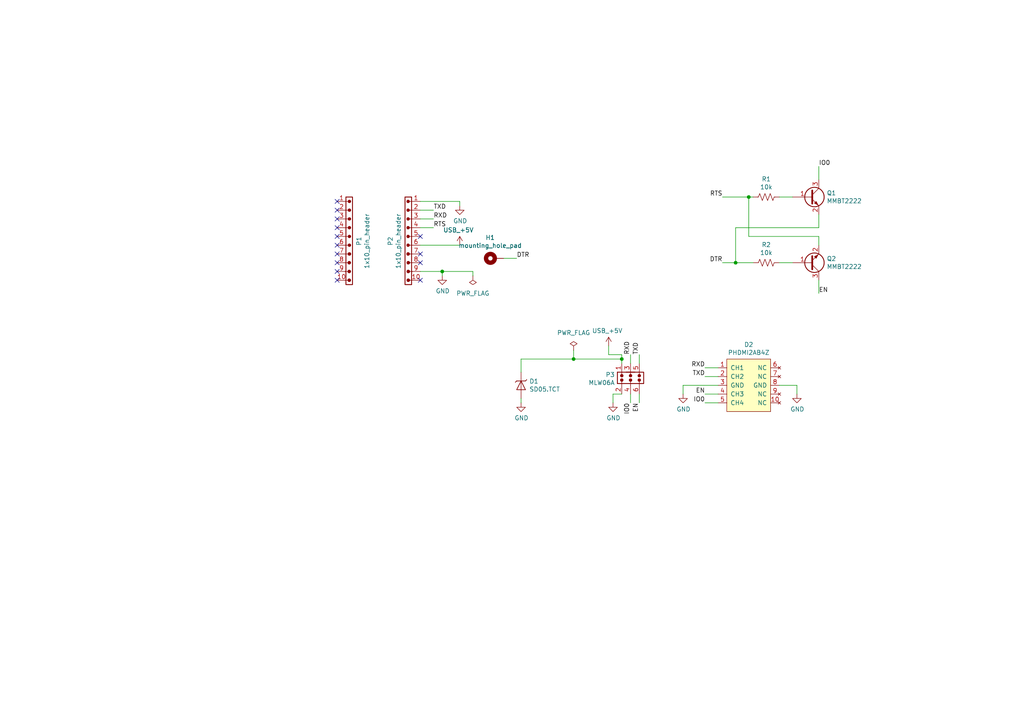
<source format=kicad_sch>
(kicad_sch (version 20230121) (generator eeschema)
  (paper "A4")
  (title_block (title "USB to UART converter with module") (date "2022-01-23") (rev "v1.0") (company "Roman Labovsky (roman-labovsky.cz)"))
  (lib_symbols
    (symbol "bipolar_transistor_rl:NPN_BEC" (pin_names (offset 1.016) hide)
      (property "Reference" "Q" (at -1.27 3.81 0))
      (property "Value" "NPN_BEC" (at -3.81 -5.08 0))
      (symbol "NPN_BEC_1_1"
        (polyline (pts (xy 0.635 0.635) (xy 2.54 2.54)))
        (polyline (pts (xy 0.635 -0.635) (xy 2.54 -2.54) (xy 2.54 -2.54)))
        (polyline (pts (xy 0.635 1.905) (xy 0.635 -1.905) (xy 0.635 -1.905)) (stroke (width 0.508)))
        (polyline (pts (xy 1.27 -1.778) (xy 1.778 -1.27) (xy 2.286 -2.286) (xy 1.27 -1.778) (xy 1.27 -1.778)) (fill (type outline)))
        (circle (center 1.27 0) (radius 2.8194) (stroke (width 0.254)))
        (pin input line (at -5.08 0 0) (length 5.715) (name "B") (number "1"))
        (pin passive line (at 2.54 -5.08 90) (length 2.54) (name "E") (number "2"))
        (pin passive line (at 2.54 5.08 270) (length 2.54) (name "C") (number "3"))
      )
    )
    (symbol "connector_rl:1x10_pin_header" (pin_names (offset 1.016) hide)
      (property "Reference" "P" (at 0 2.54 0))
      (property "Value" "1x10_pin_header" (at 0 -5.08 0))
      (symbol "1x10_pin_header_1_1"
        (rectangle (start -12.7 0.635) (end 12.7 -1.27) (stroke (width 0.254)))
        (circle (center -11.43 -0.254) (radius 0.254) (stroke (width 0.4572)))
        (circle (center -8.89 -0.254) (radius 0.254) (stroke (width 0.4572)))
        (circle (center -6.35 -0.254) (radius 0.254) (stroke (width 0.4572)))
        (circle (center -3.81 -0.254) (radius 0.254) (stroke (width 0.4572)))
        (circle (center -1.27 -0.254) (radius 0.254) (stroke (width 0.4572)))
        (polyline (pts (xy -11.43 -0.254) (xy -11.43 -1.27)) (stroke (width 0.1524)))
        (polyline (pts (xy -8.89 -0.254) (xy -8.89 -1.27)) (stroke (width 0.1524)))
        (polyline (pts (xy -6.35 -1.27) (xy -6.35 -0.254)) (stroke (width 0.1524)))
        (polyline (pts (xy -3.81 -1.27) (xy -3.81 -0.254)) (stroke (width 0.1524)))
        (polyline (pts (xy -1.27 -1.27) (xy -1.27 -0.254)) (stroke (width 0.1524)))
        (polyline (pts (xy 1.27 -0.254) (xy 1.27 -1.143)) (stroke (width 0.1524)))
        (polyline (pts (xy 3.81 -0.254) (xy 3.81 -1.27)) (stroke (width 0.1524)))
        (polyline (pts (xy 6.35 -0.254) (xy 6.35 -1.27)))
        (polyline (pts (xy 8.89 -0.254) (xy 8.89 -1.524)))
        (polyline (pts (xy 11.43 -0.254) (xy 11.43 -1.524)))
        (circle (center 1.27 -0.254) (radius 0.254) (stroke (width 0.4572)))
        (circle (center 3.81 -0.254) (radius 0.2794) (stroke (width 0.4572)))
        (circle (center 6.35 -0.3048) (radius 0.2794) (stroke (width 0.4572)))
        (circle (center 8.89 -0.3048) (radius 0.2794) (stroke (width 0.4572)))
        (circle (center 11.43 -0.3048) (radius 0.2794) (stroke (width 0.4572)))
        (pin passive line (at -11.43 -3.81 90) (length 2.54) (name "1") (number "1"))
        (pin passive line (at 11.43 -3.81 90) (length 2.54) (name "10") (number "10"))
        (pin passive line (at -8.89 -3.81 90) (length 2.54) (name "2") (number "2"))
        (pin passive line (at -6.35 -3.81 90) (length 2.54) (name "3") (number "3"))
        (pin passive line (at -3.81 -3.81 90) (length 2.54) (name "4") (number "4"))
        (pin passive line (at -1.27 -3.81 90) (length 2.54) (name "5") (number "5"))
        (pin passive line (at 1.27 -3.81 90) (length 2.54) (name "6") (number "6"))
        (pin passive line (at 3.81 -3.81 90) (length 2.54) (name "7") (number "7"))
        (pin passive line (at 6.35 -3.81 90) (length 2.54) (name "8") (number "8"))
        (pin passive line (at 8.89 -3.81 90) (length 2.54) (name "9") (number "9"))
      )
    )
    (symbol "connector_rl:2x3_pins_header" (pin_names (offset 1.016) hide)
      (property "Reference" "P" (at 3.556 3.048 0))
      (property "Value" "2x3_pins_header" (at 11.43 -2.54 0))
      (symbol "2x3_pins_header_0_1"
        (polyline (pts (xy -2.54 2.54) (xy -2.54 1.016)))
        (polyline (pts (xy 0 2.54) (xy 0 1.016)))
        (polyline (pts (xy 2.54 2.54) (xy 2.54 1.016)))
      )
      (symbol "2x3_pins_header_1_1"
        (circle (center -2.54 -0.254) (radius 0.254) (stroke (width 0.4572)))
        (circle (center -2.54 1.016) (radius 0.254) (stroke (width 0.4572)))
        (circle (center 0 -0.254) (radius 0.254) (stroke (width 0.4572)))
        (polyline (pts (xy -3.81 -1.27) (xy -3.81 2.032)) (stroke (width 0.254)))
        (polyline (pts (xy -3.81 -1.27) (xy 1.27 -1.27)) (stroke (width 0.254)))
        (polyline (pts (xy -2.54 -1.27) (xy -2.54 -0.254)) (stroke (width 0.1524)))
        (polyline (pts (xy 0 -1.27) (xy 0 -0.254)) (stroke (width 0.1524)))
        (polyline (pts (xy 2.54 -1.27) (xy 2.54 -0.254)) (stroke (width 0.1524)))
        (polyline (pts (xy -1.27 -1.27) (xy 3.81 -1.27) (xy 3.81 2.032) (xy -3.81 2.032)) (stroke (width 0.254)))
        (circle (center 0 1.016) (radius 0.254) (stroke (width 0.4572)))
        (circle (center 2.54 -0.254) (radius 0.254) (stroke (width 0.4572)))
        (circle (center 2.54 1.016) (radius 0.254) (stroke (width 0.4572)))
        (pin passive line (at -2.54 -3.81 90) (length 2.54) (name "1") (number "1"))
        (pin passive line (at -2.54 5.08 270) (length 2.54) (name "2") (number "2"))
        (pin passive line (at 0 -3.81 90) (length 2.54) (name "3") (number "3"))
        (pin passive line (at 0 5.08 270) (length 2.54) (name "4") (number "4"))
        (pin passive line (at 2.54 -3.81 90) (length 2.54) (name "5") (number "5"))
        (pin passive line (at 2.54 5.08 270) (length 2.54) (name "6") (number "6"))
      )
    )
    (symbol "diode_rl:PUSB3AB4" (pin_names (offset 1.016))
      (property "Reference" "D" (at 0 8.89 0))
      (property "Value" "PUSB3AB4" (at 0 -8.89 0))
      (symbol "PUSB3AB4_0_1"
        (rectangle (start -6.35 7.62) (end 6.35 -7.62) (fill (type background)))
      )
      (symbol "PUSB3AB4_1_1"
        (pin input line (at -8.89 5.08 0) (length 2.54) (name "CH1") (number "1"))
        (pin no_connect line (at 8.89 -5.08 180) (length 2.54) (name "NC") (number "10"))
        (pin input line (at -8.89 2.54 0) (length 2.54) (name "CH2") (number "2"))
        (pin power_in line (at -8.89 0 0) (length 2.54) (name "GND") (number "3"))
        (pin input line (at -8.89 -2.54 0) (length 2.54) (name "CH3") (number "4"))
        (pin input line (at -8.89 -5.08 0) (length 2.54) (name "CH4") (number "5"))
        (pin no_connect line (at 8.89 5.08 180) (length 2.54) (name "NC") (number "6"))
        (pin no_connect line (at 8.89 2.54 180) (length 2.54) (name "NC") (number "7"))
        (pin power_in line (at 8.89 0 180) (length 2.54) (name "GND") (number "8"))
        (pin no_connect line (at 8.89 -2.54 180) (length 2.54) (name "NC") (number "9"))
      )
    )
    (symbol "diode_rl:undir_transil" (pin_numbers hide) (pin_names (offset 1.016) hide)
      (property "Reference" "D" (at -1.27 3.81 0))
      (property "Value" "undir_transil" (at 0 -5.08 0))
      (symbol "undir_transil_0_1"
        (polyline (pts (xy -1.27 1.27) (xy -1.651 0.889)) (stroke (width 0.2032)))
        (polyline (pts (xy 1.27 1.27) (xy 1.651 1.651)) (stroke (width 0.2032)))
      )
      (symbol "undir_transil_1_1"
        (polyline (pts (xy 0 -1.27) (xy 0 1.27)))
        (polyline (pts (xy 1.27 1.27) (xy -1.27 1.27)) (stroke (width 0.2032)))
        (polyline (pts (xy 1.27 -1.27) (xy -1.27 -1.27) (xy 0 1.27) (xy 1.27 -1.27)) (stroke (width 0.2032)))
        (pin passive line (at 0 3.81 270) (length 2.54) (name "K") (number "1"))
        (pin passive line (at 0 -3.81 90) (length 2.54) (name "A") (number "2"))
      )
    )
    (symbol "hole_rl:mounting_hole_pad" (pin_numbers hide) (pin_names (offset 1.016) hide)
      (property "Reference" "H" (at 0 2.54 0))
      (property "Value" "mounting_hole_pad" (at 0 -5.08 0))
      (symbol "mounting_hole_pad_1_1"
        (circle (center 0 0) (radius 1.27) (stroke (width 1.27)))
        (pin input line (at 0 -3.81 90) (length 2.54) (name "1") (number "1"))
      )
    )
    (symbol "passive_component_rl:resistor_us" (pin_numbers hide) (pin_names hide)
      (property "Reference" "R" (at 0 2.032 0))
      (property "Value" "resistor_us" (at 0 -2.54 0))
      (symbol "resistor_us_1_1"
        (polyline (pts (xy -2.286 0) (xy -2.54 0)))
        (polyline (pts (xy 2.286 0) (xy 2.54 0)))
        (polyline (pts (xy -2.286 0) (xy -1.905 1.016) (xy -1.524 0) (xy -1.143 -1.016) (xy -0.762 0)))
        (polyline (pts (xy -0.762 0) (xy -0.381 1.016) (xy 0 0) (xy 0.381 -1.016) (xy 0.762 0)))
        (polyline (pts (xy 0.762 0) (xy 1.143 1.016) (xy 1.524 0) (xy 1.905 -1.016) (xy 2.286 0)))
        (pin passive line (at -3.81 0 0) (length 1.27) (name "~") (number "1"))
        (pin passive line (at 3.81 0 180) (length 1.27) (name "~") (number "2"))
      )
    )
    (symbol "power:GND" (power) (pin_names (offset 0))
      (property "Value" "GND" (at 0 -3.81 0))
      (symbol "GND_0_1"
        (polyline (pts (xy 0 0) (xy 0 -1.27) (xy 1.27 -1.27) (xy 0 -2.54) (xy -1.27 -1.27) (xy 0 -1.27)))
      )
      (symbol "GND_1_1"
        (pin power_in line (at 0 0 270) (length 0) hide (name "GND") (number "1"))
      )
    )
    (symbol "power_rl:PWR_FLAG" (power) (pin_numbers hide) (pin_names (offset 0) hide)
      (property "Value" "PWR_FLAG" (at 0 3.81 0))
      (symbol "PWR_FLAG_0_0"
        (pin power_out line (at 0 0 90) (length 0) (name "pwr") (number "1"))
      )
      (symbol "PWR_FLAG_0_1"
        (polyline (pts (xy 0 0) (xy 0 1.27) (xy -1.016 1.905) (xy 0 2.54) (xy 1.016 1.905) (xy 0 1.27)))
      )
    )
    (symbol "power_rl:USB_+5V" (power) (pin_names (offset 1.016))
      (property "Value" "USB_+5V" (at 0 3.81 0))
      (symbol "USB_+5V_1_1"
        (polyline (pts (xy -0.762 1.27) (xy 0 2.54)))
        (polyline (pts (xy 0 0) (xy 0 2.54)))
        (polyline (pts (xy 0 2.54) (xy 0.762 1.27)))
        (pin power_in line (at 0 0 90) (length 0) hide (name "USB_+5V") (number "1"))
      )
    )
  )
  (junction (at 128.27 78.74))
  (junction (at 180.34 104.14))
  (junction (at 213.36 76.2))
  (junction (at 217.17 57.15))
  (junction (at 166.37 104.14))
  (no_connect (at 97.79 60.96))
  (no_connect (at 97.79 81.28))
  (no_connect (at 97.79 76.2))
  (no_connect (at 121.92 76.2))
  (no_connect (at 121.92 73.66))
  (no_connect (at 121.92 81.28))
  (no_connect (at 97.79 63.5))
  (no_connect (at 97.79 58.42))
  (no_connect (at 97.79 78.74))
  (no_connect (at 121.92 68.58))
  (no_connect (at 97.79 73.66))
  (no_connect (at 97.79 68.58))
  (no_connect (at 97.79 71.12))
  (no_connect (at 97.79 66.04))
  (wire (pts (xy 237.49 71.12) (xy 237.49 68.58)))
  (wire (pts (xy 237.49 66.04) (xy 213.36 66.04)))
  (wire (pts (xy 237.49 81.28) (xy 237.49 85.09)))
  (wire (pts (xy 128.27 78.74) (xy 137.16 78.74)))
  (wire (pts (xy 176.53 102.87) (xy 176.53 100.33)))
  (wire (pts (xy 128.27 78.74) (xy 128.27 80.01)))
  (wire (pts (xy 213.36 76.2) (xy 218.44 76.2)))
  (wire (pts (xy 217.17 68.58) (xy 217.17 57.15)))
  (wire (pts (xy 185.42 102.87) (xy 185.42 105.41)))
  (wire (pts (xy 185.42 114.3) (xy 185.42 116.84)))
  (wire (pts (xy 213.36 66.04) (xy 213.36 76.2)))
  (wire (pts (xy 177.8 114.3) (xy 177.8 116.84)))
  (wire (pts (xy 180.34 102.87) (xy 180.34 104.14)))
  (wire (pts (xy 151.13 104.14) (xy 166.37 104.14)))
  (wire (pts (xy 237.49 68.58) (xy 217.17 68.58)))
  (wire (pts (xy 198.12 111.76) (xy 198.12 114.3)))
  (wire (pts (xy 182.88 105.41) (xy 182.88 102.87)))
  (wire (pts (xy 208.28 116.84) (xy 204.47 116.84)))
  (wire (pts (xy 229.87 57.15) (xy 226.06 57.15)))
  (wire (pts (xy 166.37 101.6) (xy 166.37 104.14)))
  (wire (pts (xy 182.88 114.3) (xy 182.88 116.84)))
  (wire (pts (xy 237.49 52.07) (xy 237.49 48.26)))
  (wire (pts (xy 226.06 76.2) (xy 229.87 76.2)))
  (wire (pts (xy 146.05 74.93) (xy 149.86 74.93)))
  (wire (pts (xy 213.36 76.2) (xy 209.55 76.2)))
  (wire (pts (xy 231.14 111.76) (xy 231.14 114.3)))
  (wire (pts (xy 198.12 111.76) (xy 208.28 111.76)))
  (wire (pts (xy 237.49 62.23) (xy 237.49 66.04)))
  (wire (pts (xy 208.28 114.3) (xy 204.47 114.3)))
  (wire (pts (xy 137.16 78.74) (xy 137.16 80.01)))
  (wire (pts (xy 217.17 57.15) (xy 209.55 57.15)))
  (wire (pts (xy 121.92 78.74) (xy 128.27 78.74)))
  (wire (pts (xy 166.37 104.14) (xy 180.34 104.14)))
  (wire (pts (xy 217.17 57.15) (xy 218.44 57.15)))
  (wire (pts (xy 180.34 114.3) (xy 177.8 114.3)))
  (wire (pts (xy 180.34 104.14) (xy 180.34 105.41)))
  (wire (pts (xy 176.53 102.87) (xy 180.34 102.87)))
  (wire (pts (xy 121.92 63.5) (xy 125.73 63.5)))
  (wire (pts (xy 208.28 109.22) (xy 204.47 109.22)))
  (wire (pts (xy 208.28 106.68) (xy 204.47 106.68)))
  (wire (pts (xy 133.35 58.42) (xy 133.35 59.69)))
  (wire (pts (xy 121.92 58.42) (xy 133.35 58.42)))
  (wire (pts (xy 121.92 66.04) (xy 125.73 66.04)))
  (wire (pts (xy 121.92 71.12) (xy 133.35 71.12)))
  (wire (pts (xy 151.13 104.14) (xy 151.13 107.95)))
  (wire (pts (xy 151.13 116.84) (xy 151.13 115.57)))
  (wire (pts (xy 226.06 111.76) (xy 231.14 111.76)))
  (wire (pts (xy 121.92 60.96) (xy 125.73 60.96)))
  (label "DTR" (at 149.86 74.93 0))
  (label "RXD" (at 182.88 102.87 90))
  (label "RTS" (at 209.55 57.15 180))
  (label "EN" (at 185.42 116.84 270))
  (label "IO0" (at 182.88 116.84 270))
  (label "TXD" (at 204.47 109.22 180))
  (label "RTS" (at 125.73 66.04 0))
  (label "EN" (at 237.49 85.09 0))
  (label "RXD" (at 204.47 106.68 180))
  (label "TXD" (at 125.73 60.96 0))
  (label "IO0" (at 204.47 116.84 180))
  (label "TXD" (at 185.42 102.87 90))
  (label "EN" (at 204.47 114.3 180))
  (label "DTR" (at 209.55 76.2 180))
  (label "IO0" (at 237.49 48.26 0))
  (label "RXD" (at 125.73 63.5 0))
  (symbol (lib_id "connector_rl:1x10_pin_header") (at 118.11 69.85 90) (mirror x) (unit 1)
    (property "Reference" "P2" (at 113.2332 69.9516 0))
    (property "Value" "1x10_pin_header" (at 115.5446 69.9516 0))
    (property "Footprint" "connector_rl:1x10_pin_header" (effects hide))
  )
  (symbol (lib_id "connector_rl:1x10_pin_header") (at 101.6 69.85 270) (unit 1)
    (property "Reference" "P1" (at 104.1146 69.9516 0))
    (property "Value" "1x10_pin_header" (at 106.426 69.9516 0))
    (property "Footprint" "connector_rl:1x10_pin_header" (effects hide))
  )
  (symbol (lib_id "power:GND") (at 133.35 59.69 0) (unit 1)
    (property "Reference" "#PWR0103" (effects hide))
    (property "Value" "GND" (at 133.477 64.0842 0))
  )
  (symbol (lib_id "connector_rl:2x3_pins_header") (at 182.88 109.22 0) (mirror x) (unit 1)
    (property "Reference" "P3" (at 178.3334 108.6866 0) (effects (justify right)))
    (property "Value" "MLW06A" (at 178.3334 110.998 0) (effects (justify right)))
    (property "Footprint" "connector_rl:2x3_pin_header_MLW06A" (effects hide))
  )
  (symbol (lib_id "power:GND") (at 128.27 80.01 0) (unit 1)
    (property "Reference" "#PWR0104" (effects hide))
    (property "Value" "GND" (at 128.397 84.4042 0))
  )
  (symbol (lib_id "power_rl:USB_+5V") (at 133.35 71.12 0) (unit 1)
    (property "Reference" "#PWR0105" (effects hide))
    (property "Value" "USB_+5V" (at 132.969 66.7258 0))
  )
  (symbol (lib_id "power_rl:USB_+5V") (at 176.53 100.33 0) (unit 1)
    (property "Reference" "#PWR0101" (effects hide))
    (property "Value" "USB_+5V" (at 176.149 95.9358 0))
  )
  (symbol (lib_id "power:GND") (at 177.8 116.84 0) (unit 1)
    (property "Reference" "#PWR0102" (effects hide))
    (property "Value" "GND" (at 177.927 121.2342 0))
  )
  (symbol (lib_id "hole_rl:mounting_hole_pad") (at 142.24 74.93 90) (unit 1)
    (property "Reference" "H1" (at 142.1638 68.9102 90))
    (property "Value" "mounting_hole_pad" (at 142.1638 71.2216 90))
    (property "Footprint" "mounting_hole_pad_rl:mountig_hole_pad_0.8x1.5mm" (effects hide))
  )
  (symbol (lib_id "diode_rl:PUSB3AB4") (at 217.17 111.76 0) (unit 1)
    (property "Reference" "D2" (at 217.17 99.949 0))
    (property "Value" "PHDMI2AB4Z" (at 217.17 102.2604 0))
    (property "Footprint" "package_dfn_rl:dfn_2510a_10" (effects hide))
    (property "Datasheet" "https://assets.nexperia.com/documents/data-sheet/PUSB3AB4.pdf" (effects hide))
  )
  (symbol (lib_id "power:GND") (at 198.12 114.3 0) (unit 1)
    (property "Reference" "#PWR0106" (effects hide))
    (property "Value" "GND" (at 198.247 118.6942 0))
  )
  (symbol (lib_id "power:GND") (at 231.14 114.3 0) (unit 1)
    (property "Reference" "#PWR0107" (effects hide))
    (property "Value" "GND" (at 231.267 118.6942 0))
  )
  (symbol (lib_id "diode_rl:undir_transil") (at 151.13 111.76 0) (unit 1)
    (property "Reference" "D1" (at 153.5176 110.5916 0) (effects (justify left)))
    (property "Value" "SD05.TCT" (at 153.5176 112.903 0) (effects (justify left)))
    (property "Footprint" "diode_smd_rl:sod_323" (effects hide))
  )
  (symbol (lib_id "power:GND") (at 151.13 116.84 0) (unit 1)
    (property "Reference" "#PWR0108" (effects hide))
    (property "Value" "GND" (at 151.257 121.2342 0))
  )
  (symbol (lib_id "bipolar_transistor_rl:NPN_BEC") (at 234.95 76.2 0) (mirror x) (unit 1)
    (property "Reference" "Q2" (at 239.776 75.0316 0) (effects (justify left)))
    (property "Value" "MMBT2222" (at 239.776 77.343 0) (effects (justify left)))
    (property "Footprint" "package_sot_rl:sot_23_3" (effects hide))
  )
  (symbol (lib_id "bipolar_transistor_rl:NPN_BEC") (at 234.95 57.15 0) (unit 1)
    (property "Reference" "Q1" (at 239.776 55.9816 0) (effects (justify left)))
    (property "Value" "MMBT2222" (at 239.776 58.293 0) (effects (justify left)))
    (property "Footprint" "package_sot_rl:sot_23_3" (effects hide))
  )
  (symbol (lib_id "passive_component_rl:resistor_us") (at 222.25 76.2 0) (unit 1)
    (property "Reference" "R2" (at 222.25 70.993 0))
    (property "Value" "10k" (at 222.25 73.3044 0))
    (property "Footprint" "resistor_smd_rl:r_0805" (effects hide))
  )
  (symbol (lib_id "passive_component_rl:resistor_us") (at 222.25 57.15 0) (unit 1)
    (property "Reference" "R1" (at 222.25 51.943 0))
    (property "Value" "10k" (at 222.25 54.2544 0))
    (property "Footprint" "resistor_smd_rl:r_0805" (effects hide))
  )
  (symbol (lib_id "power_rl:PWR_FLAG") (at 137.16 80.01 180) (unit 1)
    (property "Reference" "#FLG02" (effects hide))
    (property "Value" "PWR_FLAG" (at 137.16 85.09 0))
  )
  (symbol (lib_id "power_rl:PWR_FLAG") (at 166.37 101.6 0) (unit 1)
    (property "Reference" "#FLG01" (effects hide))
    (property "Value" "PWR_FLAG" (at 166.37 96.52 0))
  )
)
</source>
